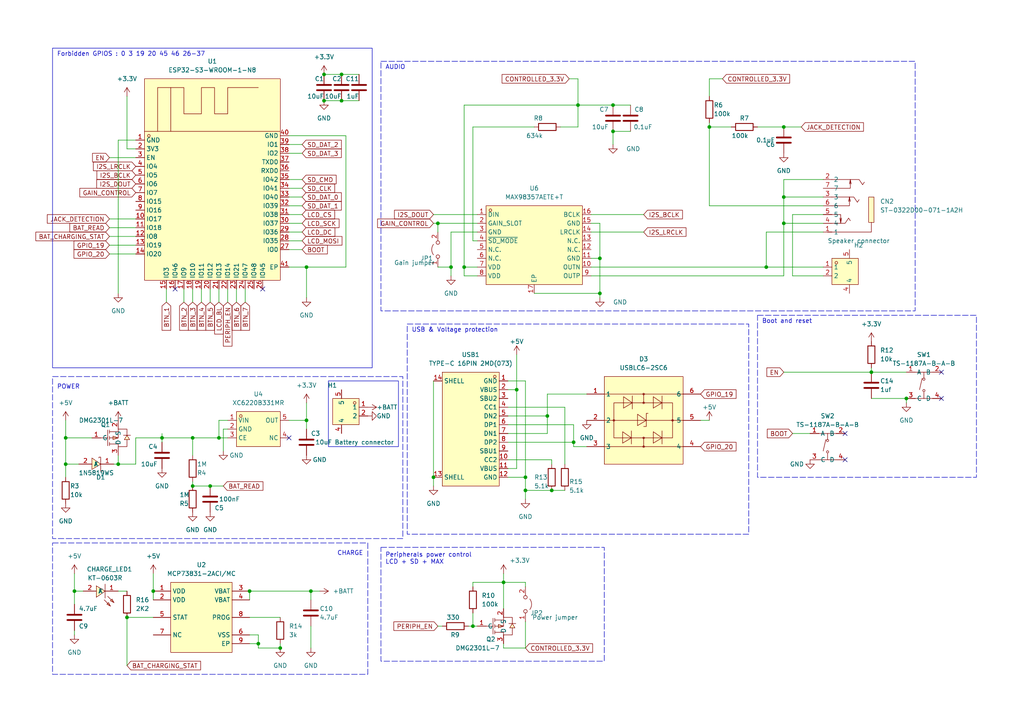
<source format=kicad_sch>
(kicad_sch (version 20230121) (generator eeschema)
  (paper "A4")
  (lib_symbols
    (symbol "Device:C" (pin_numbers hide) (pin_names (offset 0.254))
      (property "Reference" "C" (at 0.635 2.54 0))
      (property "Value" "C" (at 0.635 -2.54 0))
      (symbol "C_1_1"
        (pin passive line (at 0 3.81 270) (length 2.794) (name "~") (number "1"))
        (pin passive line (at 0 -3.81 90) (length 2.794) (name "~") (number "2"))
      )
    )
    (symbol "Device:R" (pin_numbers hide) (pin_names (offset 0))
      (property "Reference" "R" (at 2.032 0 90))
      (property "Value" "R" (at 0 0 90))
      (symbol "R_1_1"
        (pin passive line (at 0 3.81 270) (length 1.27) (name "~") (number "1"))
        (pin passive line (at 0 -3.81 90) (length 1.27) (name "~") (number "2"))
      )
    )
    (symbol "Jumper:Jumper_2_Open" (pin_names (offset 0) hide)
      (property "Reference" "JP" (at 0 2.794 0))
      (property "Value" "Jumper_2_Open" (at 0 -2.286 0))
      (symbol "Jumper_2_Open_1_1"
        (pin passive line (at -5.08 0 0) (length 2.54) (name "A") (number "1"))
        (pin passive line (at 5.08 0 180) (length 2.54) (name "B") (number "2"))
      )
    )
    (symbol "easyedaToKicad:1N5819WS"
      (property "Reference" "D" (at 0 5.08 0))
      (property "Value" "1N5819WS" (at 0 -5.08 0))
      (symbol "1N5819WS_0_1"
        (pin unspecified line (at -5.08 0 0) (length 3.81) (name "K") (number "1"))
        (pin unspecified line (at 5.08 0 180) (length 3.81) (name "A") (number "2"))
      )
    )
    (symbol "easyedaToKicad:DMG2301L-7"
      (property "Reference" "Q" (at 0 10.16 0))
      (property "Value" "DMG2301L-7" (at 0 -10.16 0))
      (symbol "DMG2301L-7_0_1"
        (pin unspecified line (at -5.08 0 0) (length 2.54) (name "G") (number "1"))
        (pin unspecified line (at 2.54 -5.08 90) (length 2.54) (name "S") (number "2"))
        (pin unspecified line (at 2.54 5.08 270) (length 2.54) (name "D") (number "3"))
      )
    )
    (symbol "easyedaToKicad:ESP32-S3-WROOM-1-N8"
      (property "Reference" "U" (at 0 19.05 0))
      (property "Value" "ESP32-S3-WROOM-1-N8" (at 0 -35.56 0))
      (symbol "ESP32-S3-WROOM-1-N8_0_1"
        (pin unspecified line (at -22.86 12.7 0) (length 2.54) (name "GND") (number "1"))
        (pin unspecified line (at -22.86 -10.16 0) (length 2.54) (name "IO17") (number "10"))
        (pin unspecified line (at -22.86 -12.7 0) (length 2.54) (name "IO18") (number "11"))
        (pin unspecified line (at -22.86 -15.24 0) (length 2.54) (name "IO8") (number "12"))
        (pin unspecified line (at -22.86 -17.78 0) (length 2.54) (name "IO19") (number "13"))
        (pin unspecified line (at -22.86 -20.32 0) (length 2.54) (name "IO20") (number "14"))
        (pin unspecified line (at -13.97 -30.48 90) (length 2.54) (name "IO3") (number "15"))
        (pin unspecified line (at -11.43 -30.48 90) (length 2.54) (name "IO46") (number "16"))
        (pin unspecified line (at -8.89 -30.48 90) (length 2.54) (name "IO9") (number "17"))
        (pin unspecified line (at -6.35 -30.48 90) (length 2.54) (name "IO10") (number "18"))
        (pin unspecified line (at -3.81 -30.48 90) (length 2.54) (name "IO11") (number "19"))
        (pin unspecified line (at -22.86 10.16 0) (length 2.54) (name "3V3") (number "2"))
        (pin unspecified line (at -1.27 -30.48 90) (length 2.54) (name "IO12") (number "20"))
        (pin unspecified line (at 1.27 -30.48 90) (length 2.54) (name "IO13") (number "21"))
        (pin unspecified line (at 3.81 -30.48 90) (length 2.54) (name "IO14") (number "22"))
        (pin unspecified line (at 6.35 -30.48 90) (length 2.54) (name "IO21") (number "23"))
        (pin unspecified line (at 8.89 -30.48 90) (length 2.54) (name "IO47") (number "24"))
        (pin unspecified line (at 11.43 -30.48 90) (length 2.54) (name "IO48") (number "25"))
        (pin unspecified line (at 13.97 -30.48 90) (length 2.54) (name "IO45") (number "26"))
        (pin unspecified line (at 21.59 -19.05 180) (length 2.54) (name "IO0") (number "27"))
        (pin unspecified line (at 21.59 -16.51 180) (length 2.54) (name "IO35") (number "28"))
        (pin unspecified line (at 21.59 -13.97 180) (length 2.54) (name "IO36") (number "29"))
        (pin unspecified line (at -22.86 7.62 0) (length 2.54) (name "EN") (number "3"))
        (pin unspecified line (at 21.59 -11.43 180) (length 2.54) (name "IO37") (number "30"))
        (pin unspecified line (at 21.59 -8.89 180) (length 2.54) (name "IO38") (number "31"))
        (pin unspecified line (at 21.59 -6.35 180) (length 2.54) (name "IO39") (number "32"))
        (pin unspecified line (at 21.59 -3.81 180) (length 2.54) (name "IO40") (number "33"))
        (pin unspecified line (at 21.59 -1.27 180) (length 2.54) (name "IO41") (number "34"))
        (pin unspecified line (at 21.59 1.27 180) (length 2.54) (name "IO42") (number "35"))
        (pin unspecified line (at 21.59 3.81 180) (length 2.54) (name "RXD0") (number "36"))
        (pin unspecified line (at 21.59 6.35 180) (length 2.54) (name "TXD0") (number "37"))
        (pin unspecified line (at 21.59 8.89 180) (length 2.54) (name "IO2") (number "38"))
        (pin unspecified line (at 21.59 11.43 180) (length 2.54) (name "IO1") (number "39"))
        (pin unspecified line (at -22.86 5.08 0) (length 2.54) (name "IO4") (number "4"))
        (pin unspecified line (at 21.59 13.97 180) (length 2.54) (name "GND") (number "40"))
        (pin unspecified line (at 21.59 -24.13 180) (length 2.54) (name "EP") (number "41"))
        (pin unspecified line (at -22.86 2.54 0) (length 2.54) (name "IO5") (number "5"))
        (pin unspecified line (at -22.86 0 0) (length 2.54) (name "IO6") (number "6"))
        (pin unspecified line (at -22.86 -2.54 0) (length 2.54) (name "IO7") (number "7"))
        (pin unspecified line (at -22.86 -5.08 0) (length 2.54) (name "IO15") (number "8"))
        (pin unspecified line (at -22.86 -7.62 0) (length 2.54) (name "IO16") (number "9"))
      )
    )
    (symbol "easyedaToKicad:KT-0603R"
      (property "Reference" "LED" (at 0 5.08 0))
      (property "Value" "KT-0603R" (at 0 -5.08 0))
      (symbol "KT-0603R_0_1"
        (pin unspecified line (at -5.08 0 0) (length 3.81) (name "K") (number "1"))
        (pin unspecified line (at 5.08 0 180) (length 3.81) (name "A") (number "2"))
      )
    )
    (symbol "easyedaToKicad:MAX98357AETE+T"
      (property "Reference" "U" (at 0 13.97 0))
      (property "Value" "MAX98357AETE+T" (at 0 -19.05 0))
      (symbol "MAX98357AETE+T_0_1"
        (pin unspecified line (at -16.51 8.89 0) (length 2.54) (name "DIN") (number "1"))
        (pin unspecified line (at 16.51 -6.35 180) (length 2.54) (name "OUTN") (number "10"))
        (pin unspecified line (at 16.51 -3.81 180) (length 2.54) (name "GND") (number "11"))
        (pin unspecified line (at 16.51 -1.27 180) (length 2.54) (name "N.C.") (number "12"))
        (pin unspecified line (at 16.51 1.27 180) (length 2.54) (name "N.C.") (number "13"))
        (pin unspecified line (at 16.51 3.81 180) (length 2.54) (name "LRCLK") (number "14"))
        (pin unspecified line (at 16.51 6.35 180) (length 2.54) (name "GND") (number "15"))
        (pin unspecified line (at 16.51 8.89 180) (length 2.54) (name "BCLK") (number "16"))
        (pin unspecified line (at 0 -13.97 90) (length 2.54) (name "EP") (number "17"))
        (pin unspecified line (at -16.51 6.35 0) (length 2.54) (name "GAIN_SLOT") (number "2"))
        (pin unspecified line (at -16.51 3.81 0) (length 2.54) (name "GND") (number "3"))
        (pin unspecified line (at -16.51 1.27 0) (length 2.54) (name "~{SD_MODE}") (number "4"))
        (pin unspecified line (at -16.51 -1.27 0) (length 2.54) (name "N.C.") (number "5"))
        (pin unspecified line (at -16.51 -3.81 0) (length 2.54) (name "N.C.") (number "6"))
        (pin unspecified line (at -16.51 -6.35 0) (length 2.54) (name "VDD") (number "7"))
        (pin unspecified line (at -16.51 -8.89 0) (length 2.54) (name "VDD") (number "8"))
        (pin unspecified line (at 16.51 -8.89 180) (length 2.54) (name "OUTP") (number "9"))
      )
    )
    (symbol "easyedaToKicad:MCP73831-2ACI_MC"
      (property "Reference" "U" (at 0 12.7 0))
      (property "Value" "MCP73831-2ACI/MC" (at 0 -12.7 0))
      (symbol "MCP73831-2ACI_MC_0_1"
        (pin power_in line (at -13.97 7.62 0) (length 5.08) (name "VDD") (number "1"))
        (pin power_in line (at -13.97 5.08 0) (length 5.08) (name "VDD") (number "2"))
        (pin power_in line (at 13.97 7.62 180) (length 5.08) (name "VBAT") (number "3"))
        (pin power_in line (at 13.97 5.08 180) (length 5.08) (name "VBAT") (number "4"))
        (pin output line (at -13.97 0 0) (length 5.08) (name "STAT") (number "5"))
        (pin power_in line (at 13.97 -5.08 180) (length 5.08) (name "VSS") (number "6"))
        (pin unspecified line (at -13.97 -5.08 0) (length 5.08) (name "NC") (number "7"))
        (pin unspecified line (at 13.97 0 180) (length 5.08) (name "PROG") (number "8"))
        (pin power_in line (at 13.97 -7.62 180) (length 5.08) (name "EP") (number "9"))
      )
    )
    (symbol "easyedaToKicad:ST-0322D00-071-1A2H"
      (property "Reference" "CN" (at 0 10.16 0))
      (property "Value" "ST-0322D00-071-1A2H" (at 0 -15.24 0))
      (symbol "ST-0322D00-071-1A2H_0_1"
        (pin unspecified line (at 5.08 5.08 180) (length 2.54) (name "1") (number "1"))
        (pin unspecified line (at 5.08 -10.16 180) (length 2.54) (name "2") (number "2"))
        (pin unspecified line (at 5.08 -5.08 180) (length 2.54) (name "3") (number "3"))
        (pin unspecified line (at 5.08 2.54 180) (length 2.54) (name "4") (number "4"))
        (pin unspecified line (at 5.08 0 180) (length 2.54) (name "5") (number "5"))
        (pin unspecified line (at 5.08 -2.54 180) (length 2.54) (name "6") (number "6"))
        (pin unspecified line (at 5.08 -7.62 180) (length 2.54) (name "7") (number "7"))
      )
    )
    (symbol "easyedaToKicad:TS-1187A-B-A-B"
      (property "Reference" "SW" (at 0 7.62 0))
      (property "Value" "TS-1187A-B-A-B" (at 0 -10.16 0))
      (symbol "TS-1187A-B-A-B_0_1"
        (pin unspecified line (at -5.08 2.54 0) (length 2.54) (name "A") (number "1"))
        (pin unspecified line (at 5.08 2.54 180) (length 2.54) (name "B") (number "2"))
        (pin unspecified line (at -5.08 -5.08 0) (length 2.54) (name "C") (number "3"))
        (pin unspecified line (at 5.08 -5.08 180) (length 2.54) (name "D") (number "4"))
      )
    )
    (symbol "easyedaToKicad:TYPE-C16PIN2MD(073)"
      (property "Reference" "USB" (at 0 19.05 0))
      (property "Value" "TYPE-C 16PIN 2MD(073)" (at 0 -19.05 0))
      (symbol "TYPE-C16PIN2MD(073)_0_1"
        (pin unspecified line (at -11.43 13.97 0) (length 2.54) (name "GND") (number "1"))
        (pin unspecified line (at -11.43 -8.89 0) (length 2.54) (name "CC2") (number "10"))
        (pin unspecified line (at -11.43 -11.43 0) (length 2.54) (name "VBUS") (number "11"))
        (pin unspecified line (at -11.43 -13.97 0) (length 2.54) (name "GND") (number "12"))
        (pin unspecified line (at 10.16 -13.97 180) (length 2.54) (name "SHELL") (number "13"))
        (pin unspecified line (at 10.16 13.97 180) (length 2.54) (name "SHELL") (number "14"))
        (pin unspecified line (at -11.43 11.43 0) (length 2.54) (name "VBUS") (number "2"))
        (pin unspecified line (at -11.43 8.89 0) (length 2.54) (name "SBU2") (number "3"))
        (pin unspecified line (at -11.43 6.35 0) (length 2.54) (name "CC1") (number "4"))
        (pin unspecified line (at -11.43 3.81 0) (length 2.54) (name "DN2") (number "5"))
        (pin unspecified line (at -11.43 1.27 0) (length 2.54) (name "DP1") (number "6"))
        (pin unspecified line (at -11.43 -1.27 0) (length 2.54) (name "DN1") (number "7"))
        (pin unspecified line (at -11.43 -3.81 0) (length 2.54) (name "DP2") (number "8"))
        (pin unspecified line (at -11.43 -6.35 0) (length 2.54) (name "SBU1") (number "9"))
      )
    )
    (symbol "easyedaToKicad:USBLC6-2SC6"
      (property "Reference" "D" (at 0 12.7 0))
      (property "Value" "USBLC6-2SC6" (at 0 -12.7 0))
      (symbol "USBLC6-2SC6_0_1"
        (pin input line (at -16.51 7.62 0) (length 5.08) (name "1") (number "1"))
        (pin input line (at -16.51 0 0) (length 5.08) (name "2") (number "2"))
        (pin input line (at -16.51 -7.62 0) (length 5.08) (name "3") (number "3"))
        (pin input line (at 16.51 -7.62 180) (length 5.08) (name "4") (number "4"))
        (pin input line (at 16.51 0 180) (length 5.08) (name "5") (number "5"))
        (pin input line (at 16.51 7.62 180) (length 5.08) (name "6") (number "6"))
      )
    )
    (symbol "easyedaToKicad:WAFER-PH2.0-2PWB"
      (property "Reference" "H" (at 0 11.43 0))
      (property "Value" "WAFER-PH2.0-2PWB" (at 0 -11.43 0))
      (symbol "WAFER-PH2.0-2PWB_0_1"
        (pin unspecified line (at -5.08 1.27 0) (length 2.54) (name "1") (number "1"))
        (pin unspecified line (at -5.08 -1.27 0) (length 2.54) (name "2") (number "2"))
        (pin unspecified line (at 2.54 -6.35 90) (length 2.54) (name "4") (number "4"))
        (pin unspecified line (at 2.54 6.35 270) (length 2.54) (name "5") (number "5"))
      )
    )
    (symbol "easyedaToKicad:XC6220B331MR"
      (property "Reference" "U" (at 0 7.62 0))
      (property "Value" "XC6220B331MR" (at 0 -7.62 0))
      (symbol "XC6220B331MR_0_1"
        (pin unspecified line (at -8.89 2.54 0) (length 2.54) (name "VIN") (number "1"))
        (pin unspecified line (at -8.89 0 0) (length 2.54) (name "GND") (number "2"))
        (pin unspecified line (at -8.89 -2.54 0) (length 2.54) (name "CE") (number "3"))
        (pin unspecified line (at 8.89 -2.54 180) (length 2.54) (name "NC") (number "4"))
        (pin unspecified line (at 8.89 2.54 180) (length 2.54) (name "OUT") (number "5"))
      )
    )
    (symbol "power:+3.3V" (power) (pin_names (offset 0))
      (property "Value" "+3.3V" (at 0 3.556 0))
      (symbol "+3.3V_1_1"
        (pin power_in line (at 0 0 90) (length 0) hide (name "+3.3V") (number "1"))
      )
    )
    (symbol "power:+5V" (power) (pin_names (offset 0))
      (property "Value" "+5V" (at 0 3.556 0))
      (symbol "+5V_1_1"
        (pin power_in line (at 0 0 90) (length 0) hide (name "+5V") (number "1"))
      )
    )
    (symbol "power:+BATT" (power) (pin_names (offset 0))
      (property "Value" "+BATT" (at 0 3.556 0))
      (symbol "+BATT_1_1"
        (pin power_in line (at 0 0 90) (length 0) hide (name "+BATT") (number "1"))
      )
    )
    (symbol "power:GND" (power) (pin_names (offset 0))
      (property "Value" "GND" (at 0 -3.81 0))
      (symbol "GND_1_1"
        (pin power_in line (at 0 0 270) (length 0) hide (name "GND") (number "1"))
      )
    )
  )
  (junction (at 173.99 74.93))
  (junction (at 99.06 21.59))
  (junction (at 222.25 77.47))
  (junction (at 34.29 134.62))
  (junction (at 60.96 140.97))
  (junction (at 160.02 142.24))
  (junction (at 146.05 168.91))
  (junction (at 252.73 107.95))
  (junction (at 127 64.77))
  (junction (at 55.88 127))
  (junction (at 93.98 29.21))
  (junction (at 262.89 115.57))
  (junction (at 88.9 77.47))
  (junction (at 63.5 127))
  (junction (at 19.05 127))
  (junction (at 19.05 134.62))
  (junction (at 88.9 121.92))
  (junction (at 90.17 171.45))
  (junction (at 74.93 186.69))
  (junction (at 21.59 171.45))
  (junction (at 81.28 187.96))
  (junction (at 177.8 38.1))
  (junction (at 158.75 120.65))
  (junction (at 227.33 36.83))
  (junction (at 99.06 29.21))
  (junction (at 167.64 30.48))
  (junction (at 125.73 138.43))
  (junction (at 227.33 64.77))
  (junction (at 227.33 57.15))
  (junction (at 93.98 21.59))
  (junction (at 36.83 179.07))
  (junction (at 46.99 127))
  (junction (at 44.45 171.45))
  (junction (at 152.4 138.43))
  (junction (at 72.39 171.45))
  (junction (at 149.86 113.03))
  (junction (at 55.88 140.97))
  (junction (at 173.99 85.09))
  (junction (at 137.16 181.61))
  (junction (at 205.74 36.83))
  (junction (at 134.62 77.47))
  (junction (at 130.81 77.47))
  (junction (at 152.4 142.24))
  (junction (at 177.8 30.48))
  (junction (at 166.37 128.27))
  (no_connect (at 273.05 107.95))
  (no_connect (at 50.8 83.82))
  (no_connect (at 273.05 115.57))
  (no_connect (at 245.11 133.35))
  (no_connect (at 76.2 83.82))
  (no_connect (at 83.82 127))
  (no_connect (at 245.11 125.73))
  (wire (pts (xy 152.4 180.34) (xy 152.4 187.96)))
  (wire (pts (xy 46.99 127) (xy 46.99 128.27)))
  (wire (pts (xy 100.33 77.47) (xy 100.33 39.37)))
  (wire (pts (xy 63.5 127) (xy 66.04 127)))
  (wire (pts (xy 127 64.77) (xy 138.43 64.77)))
  (wire (pts (xy 88.9 116.84) (xy 88.9 121.92)))
  (wire (pts (xy 72.39 184.15) (xy 74.93 184.15)))
  (wire (pts (xy 88.9 86.36) (xy 88.9 77.47)))
  (wire (pts (xy 134.62 30.48) (xy 134.62 77.47)))
  (wire (pts (xy 166.37 129.54) (xy 170.18 129.54)))
  (wire (pts (xy 63.5 83.82) (xy 63.5 87.63)))
  (wire (pts (xy 137.16 181.61) (xy 138.43 181.61)))
  (wire (pts (xy 229.87 125.73) (xy 234.95 125.73)))
  (wire (pts (xy 31.75 66.04) (xy 39.37 66.04)))
  (wire (pts (xy 146.05 168.91) (xy 152.4 168.91)))
  (wire (pts (xy 171.45 77.47) (xy 222.25 77.47)))
  (wire (pts (xy 44.45 171.45) (xy 44.45 173.99)))
  (wire (pts (xy 171.45 67.31) (xy 186.69 67.31)))
  (wire (pts (xy 19.05 121.92) (xy 19.05 127)))
  (wire (pts (xy 90.17 187.96) (xy 90.17 181.61)))
  (wire (pts (xy 205.74 121.92) (xy 203.2 121.92)))
  (wire (pts (xy 137.16 168.91) (xy 146.05 168.91)))
  (wire (pts (xy 227.33 64.77) (xy 227.33 80.01)))
  (wire (pts (xy 160.02 133.35) (xy 160.02 134.62)))
  (wire (pts (xy 88.9 121.92) (xy 88.9 124.46)))
  (wire (pts (xy 252.73 106.68) (xy 252.73 107.95)))
  (wire (pts (xy 147.32 138.43) (xy 152.4 138.43)))
  (wire (pts (xy 252.73 115.57) (xy 262.89 115.57)))
  (wire (pts (xy 222.25 67.31) (xy 222.25 77.47)))
  (wire (pts (xy 55.88 132.08) (xy 55.88 127)))
  (wire (pts (xy 227.33 57.15) (xy 227.33 64.77)))
  (wire (pts (xy 36.83 43.18) (xy 39.37 43.18)))
  (wire (pts (xy 137.16 177.8) (xy 137.16 181.61)))
  (wire (pts (xy 167.64 22.86) (xy 167.64 30.48)))
  (wire (pts (xy 163.83 118.11) (xy 163.83 134.62)))
  (wire (pts (xy 87.63 69.85) (xy 83.82 69.85)))
  (wire (pts (xy 166.37 123.19) (xy 166.37 128.27)))
  (wire (pts (xy 31.75 45.72) (xy 39.37 45.72)))
  (wire (pts (xy 158.75 125.73) (xy 158.75 120.65)))
  (wire (pts (xy 36.83 179.07) (xy 36.83 193.04)))
  (wire (pts (xy 63.5 121.92) (xy 66.04 121.92)))
  (wire (pts (xy 34.29 40.64) (xy 39.37 40.64)))
  (wire (pts (xy 147.32 123.19) (xy 166.37 123.19)))
  (wire (pts (xy 127 77.47) (xy 130.81 77.47)))
  (wire (pts (xy 177.8 30.48) (xy 182.88 30.48)))
  (wire (pts (xy 147.32 110.49) (xy 152.4 110.49)))
  (wire (pts (xy 100.33 39.37) (xy 83.82 39.37)))
  (wire (pts (xy 21.59 182.88) (xy 21.59 184.15)))
  (wire (pts (xy 31.75 71.12) (xy 39.37 71.12)))
  (wire (pts (xy 72.39 171.45) (xy 90.17 171.45)))
  (wire (pts (xy 227.33 36.83) (xy 232.41 36.83)))
  (wire (pts (xy 36.83 27.94) (xy 36.83 43.18)))
  (wire (pts (xy 33.02 134.62) (xy 34.29 134.62)))
  (wire (pts (xy 87.63 64.77) (xy 83.82 64.77)))
  (wire (pts (xy 147.32 128.27) (xy 166.37 128.27)))
  (wire (pts (xy 34.29 85.09) (xy 34.29 40.64)))
  (wire (pts (xy 72.39 171.45) (xy 72.39 173.99)))
  (wire (pts (xy 19.05 127) (xy 19.05 134.62)))
  (wire (pts (xy 93.98 21.59) (xy 99.06 21.59)))
  (wire (pts (xy 152.4 142.24) (xy 152.4 144.78)))
  (wire (pts (xy 147.32 135.89) (xy 149.86 135.89)))
  (wire (pts (xy 58.42 83.82) (xy 58.42 87.63)))
  (wire (pts (xy 74.93 186.69) (xy 74.93 187.96)))
  (wire (pts (xy 177.8 38.1) (xy 182.88 38.1)))
  (wire (pts (xy 99.06 29.21) (xy 104.14 29.21)))
  (wire (pts (xy 147.32 118.11) (xy 163.83 118.11)))
  (wire (pts (xy 55.88 140.97) (xy 55.88 139.7)))
  (wire (pts (xy 66.04 124.46) (xy 64.77 124.46)))
  (wire (pts (xy 146.05 187.96) (xy 152.4 187.96)))
  (wire (pts (xy 146.05 168.91) (xy 146.05 166.37)))
  (wire (pts (xy 48.26 83.82) (xy 48.26 87.63)))
  (wire (pts (xy 34.29 171.45) (xy 36.83 171.45)))
  (wire (pts (xy 53.34 83.82) (xy 53.34 87.63)))
  (wire (pts (xy 152.4 110.49) (xy 152.4 138.43)))
  (wire (pts (xy 137.16 69.85) (xy 138.43 69.85)))
  (wire (pts (xy 127 67.31) (xy 127 64.77)))
  (wire (pts (xy 146.05 168.91) (xy 146.05 176.53)))
  (wire (pts (xy 66.04 83.82) (xy 66.04 87.63)))
  (wire (pts (xy 149.86 102.87) (xy 149.86 113.03)))
  (wire (pts (xy 171.45 74.93) (xy 173.99 74.93)))
  (wire (pts (xy 39.37 127) (xy 39.37 134.62)))
  (wire (pts (xy 227.33 52.07) (xy 227.33 57.15)))
  (wire (pts (xy 158.75 114.3) (xy 170.18 114.3)))
  (wire (pts (xy 31.75 73.66) (xy 39.37 73.66)))
  (wire (pts (xy 34.29 132.08) (xy 34.29 134.62)))
  (wire (pts (xy 34.29 134.62) (xy 39.37 134.62)))
  (wire (pts (xy 31.75 68.58) (xy 39.37 68.58)))
  (wire (pts (xy 171.45 80.01) (xy 227.33 80.01)))
  (wire (pts (xy 44.45 166.37) (xy 44.45 171.45)))
  (wire (pts (xy 130.81 67.31) (xy 130.81 77.47)))
  (wire (pts (xy 87.63 52.07) (xy 83.82 52.07)))
  (wire (pts (xy 149.86 113.03) (xy 147.32 113.03)))
  (wire (pts (xy 81.28 186.69) (xy 81.28 187.96)))
  (wire (pts (xy 81.28 179.07) (xy 72.39 179.07)))
  (wire (pts (xy 219.71 36.83) (xy 227.33 36.83)))
  (wire (pts (xy 149.86 135.89) (xy 149.86 113.03)))
  (wire (pts (xy 158.75 120.65) (xy 158.75 114.3)))
  (wire (pts (xy 63.5 121.92) (xy 63.5 127)))
  (wire (pts (xy 19.05 127) (xy 26.67 127)))
  (wire (pts (xy 166.37 128.27) (xy 166.37 129.54)))
  (wire (pts (xy 87.63 54.61) (xy 83.82 54.61)))
  (wire (pts (xy 87.63 59.69) (xy 83.82 59.69)))
  (wire (pts (xy 125.73 138.43) (xy 125.73 140.97)))
  (wire (pts (xy 205.74 59.69) (xy 205.74 36.83)))
  (wire (pts (xy 24.13 171.45) (xy 21.59 171.45)))
  (wire (pts (xy 134.62 77.47) (xy 134.62 80.01)))
  (wire (pts (xy 21.59 171.45) (xy 21.59 175.26)))
  (wire (pts (xy 173.99 86.36) (xy 173.99 85.09)))
  (wire (pts (xy 87.63 67.31) (xy 83.82 67.31)))
  (wire (pts (xy 55.88 127) (xy 63.5 127)))
  (wire (pts (xy 138.43 80.01) (xy 134.62 80.01)))
  (wire (pts (xy 125.73 62.23) (xy 138.43 62.23)))
  (wire (pts (xy 39.37 127) (xy 46.99 127)))
  (wire (pts (xy 167.64 30.48) (xy 167.64 36.83)))
  (wire (pts (xy 60.96 140.97) (xy 64.77 140.97)))
  (wire (pts (xy 165.1 22.86) (xy 167.64 22.86)))
  (wire (pts (xy 147.32 133.35) (xy 160.02 133.35)))
  (wire (pts (xy 154.94 85.09) (xy 173.99 85.09)))
  (wire (pts (xy 262.89 116.84) (xy 262.89 115.57)))
  (wire (pts (xy 137.16 36.83) (xy 154.94 36.83)))
  (wire (pts (xy 64.77 124.46) (xy 64.77 130.81)))
  (wire (pts (xy 227.33 64.77) (xy 238.76 64.77)))
  (wire (pts (xy 134.62 30.48) (xy 167.64 30.48)))
  (wire (pts (xy 31.75 63.5) (xy 39.37 63.5)))
  (wire (pts (xy 227.33 107.95) (xy 252.73 107.95)))
  (wire (pts (xy 171.45 62.23) (xy 186.69 62.23)))
  (wire (pts (xy 71.12 83.82) (xy 71.12 87.63)))
  (wire (pts (xy 130.81 77.47) (xy 130.81 80.01)))
  (wire (pts (xy 205.74 22.86) (xy 205.74 27.94)))
  (wire (pts (xy 162.56 36.83) (xy 167.64 36.83)))
  (wire (pts (xy 205.74 59.69) (xy 238.76 59.69)))
  (wire (pts (xy 90.17 171.45) (xy 92.71 171.45)))
  (wire (pts (xy 146.05 186.69) (xy 146.05 187.96)))
  (wire (pts (xy 72.39 186.69) (xy 74.93 186.69)))
  (wire (pts (xy 227.33 52.07) (xy 238.76 52.07)))
  (wire (pts (xy 22.86 134.62) (xy 19.05 134.62)))
  (wire (pts (xy 152.4 142.24) (xy 160.02 142.24)))
  (wire (pts (xy 171.45 64.77) (xy 173.99 64.77)))
  (wire (pts (xy 99.06 21.59) (xy 104.14 21.59)))
  (wire (pts (xy 137.16 168.91) (xy 137.16 170.18)))
  (wire (pts (xy 147.32 120.65) (xy 158.75 120.65)))
  (wire (pts (xy 205.74 36.83) (xy 212.09 36.83)))
  (wire (pts (xy 93.98 29.21) (xy 99.06 29.21)))
  (wire (pts (xy 229.87 80.01) (xy 238.76 80.01)))
  (wire (pts (xy 87.63 57.15) (xy 83.82 57.15)))
  (wire (pts (xy 87.63 44.45) (xy 83.82 44.45)))
  (wire (pts (xy 60.96 83.82) (xy 60.96 87.63)))
  (wire (pts (xy 138.43 67.31) (xy 130.81 67.31)))
  (wire (pts (xy 173.99 64.77) (xy 173.99 74.93)))
  (wire (pts (xy 147.32 125.73) (xy 158.75 125.73)))
  (wire (pts (xy 90.17 171.45) (xy 90.17 173.99)))
  (wire (pts (xy 205.74 35.56) (xy 205.74 36.83)))
  (wire (pts (xy 19.05 134.62) (xy 19.05 138.43)))
  (wire (pts (xy 55.88 140.97) (xy 60.96 140.97)))
  (wire (pts (xy 21.59 166.37) (xy 21.59 171.45)))
  (wire (pts (xy 83.82 72.39) (xy 87.63 72.39)))
  (wire (pts (xy 36.83 179.07) (xy 44.45 179.07)))
  (wire (pts (xy 227.33 57.15) (xy 238.76 57.15)))
  (wire (pts (xy 125.73 110.49) (xy 125.73 138.43)))
  (wire (pts (xy 238.76 77.47) (xy 222.25 77.47)))
  (wire (pts (xy 127 181.61) (xy 128.27 181.61)))
  (wire (pts (xy 87.63 41.91) (xy 83.82 41.91)))
  (wire (pts (xy 55.88 83.82) (xy 55.88 87.63)))
  (wire (pts (xy 152.4 138.43) (xy 152.4 142.24)))
  (wire (pts (xy 205.74 22.86) (xy 209.55 22.86)))
  (wire (pts (xy 222.25 67.31) (xy 238.76 67.31)))
  (wire (pts (xy 137.16 36.83) (xy 137.16 69.85)))
  (wire (pts (xy 74.93 184.15) (xy 74.93 186.69)))
  (wire (pts (xy 125.73 64.77) (xy 127 64.77)))
  (wire (pts (xy 252.73 107.95) (xy 262.89 107.95)))
  (wire (pts (xy 46.99 127) (xy 55.88 127)))
  (wire (pts (xy 229.87 62.23) (xy 238.76 62.23)))
  (wire (pts (xy 177.8 41.91) (xy 177.8 38.1)))
  (wire (pts (xy 83.82 121.92) (xy 88.9 121.92)))
  (wire (pts (xy 68.58 83.82) (xy 68.58 87.63)))
  (wire (pts (xy 74.93 187.96) (xy 81.28 187.96)))
  (wire (pts (xy 167.64 30.48) (xy 177.8 30.48)))
  (wire (pts (xy 229.87 62.23) (xy 229.87 80.01)))
  (wire (pts (xy 100.33 77.47) (xy 88.9 77.47)))
  (wire (pts (xy 135.89 181.61) (xy 137.16 181.61)))
  (wire (pts (xy 83.82 77.47) (xy 88.9 77.47)))
  (wire (pts (xy 87.63 62.23) (xy 83.82 62.23)))
  (wire (pts (xy 160.02 142.24) (xy 163.83 142.24)))
  (wire (pts (xy 152.4 168.91) (xy 152.4 170.18)))
  (wire (pts (xy 46.99 125.73) (xy 46.99 127)))
  (wire (pts (xy 173.99 74.93) (xy 173.99 85.09)))
  (wire (pts (xy 134.62 77.47) (xy 138.43 77.47)))
  (rectangle (start 15.24 157.48) (end 106.68 195.58) (stroke (width 0) (type dash)))
  (rectangle (start 15.24 13.97) (end 107.95 106.68))
  (rectangle (start 110.49 158.75) (end 175.26 191.77) (stroke (width 0) (type dash)))
  (rectangle (start 118.11 93.98) (end 217.17 154.94) (stroke (width 0) (type dash)))
  (rectangle (start 15.24 109.22) (end 116.84 156.21) (stroke (width 0) (type dash)))
  (rectangle (start 110.49 17.78) (end 265.43 90.17) (stroke (width 0) (type dash)))
  (rectangle (start 95.25 110.49) (end 115.57 129.54))
  (rectangle (start 219.71 91.44) (end 283.21 138.43) (stroke (width 0) (type dash)))
  (text "Forbidden GPIOS : 0 3 19 20 45 46 26-37" (at 16.51 16.51 0) (effects (font (size 1.27 1.27)) (justify left bottom)))
  (text "POWER" (at 16.51 113.03 0) (effects (font (size 1.27 1.27)) (justify left bottom)))
  (text "USB & Voltage protection" (at 119.38 96.52 0) (effects (font (size 1.27 1.27)) (justify left bottom)))
  (text "Boot and reset" (at 220.98 93.98 0) (effects (font (size 1.27 1.27)) (justify left bottom)))
  (text "Peripherals power control\nLCD + SD + MAX" (at 111.76 163.83 0) (effects (font (size 1.27 1.27)) (justify left bottom)))
  (text "AUDIO\n" (at 111.76 20.32 0) (effects (font (size 1.27 1.27)) (justify left bottom)))
  (text "CHARGE" (at 97.79 161.29 0) (effects (font (size 1.27 1.27)) (justify left bottom)))
  (global_label "CONTROLLED_3.3V" (shape input) (at 152.4 187.96 0) (property "Intersheetrefs" "${INTERSHEET_REFS}" (effects hide)))
  (global_label "BTN_7" (shape input) (at 71.12 87.63 270) (property "Intersheetrefs" "${INTERSHEET_REFS}" (effects hide)))
  (global_label "SD_DAT_1" (shape input) (at 87.63 59.69 0) (property "Intersheetrefs" "${INTERSHEET_REFS}" (effects hide)))
  (global_label "BTN_1" (shape input) (at 48.26 87.63 270) (property "Intersheetrefs" "${INTERSHEET_REFS}" (effects hide)))
  (global_label "BTN_4" (shape input) (at 58.42 87.63 270) (property "Intersheetrefs" "${INTERSHEET_REFS}" (effects hide)))
  (global_label "I2S_BCLK" (shape input) (at 39.37 50.8 180) (property "Intersheetrefs" "${INTERSHEET_REFS}" (effects hide)))
  (global_label "I2S_DOUT" (shape input) (at 125.73 62.23 180) (property "Intersheetrefs" "${INTERSHEET_REFS}" (effects hide)))
  (global_label "CONTROLLED_3.3V" (shape input) (at 165.1 22.86 180) (property "Intersheetrefs" "${INTERSHEET_REFS}" (effects hide)))
  (global_label "SD_CLK" (shape input) (at 87.63 54.61 0) (property "Intersheetrefs" "${INTERSHEET_REFS}" (effects hide)))
  (global_label "LCD_BL" (shape input) (at 63.5 87.63 270) (property "Intersheetrefs" "${INTERSHEET_REFS}" (effects hide)))
  (global_label "EN" (shape input) (at 227.33 107.95 180) (property "Intersheetrefs" "${INTERSHEET_REFS}" (effects hide)))
  (global_label "LCD_SCK" (shape input) (at 87.63 64.77 0) (property "Intersheetrefs" "${INTERSHEET_REFS}" (effects hide)))
  (global_label "BAT_READ" (shape input) (at 31.75 66.04 180) (property "Intersheetrefs" "${INTERSHEET_REFS}" (effects hide)))
  (global_label "BAT_READ" (shape input) (at 64.77 140.97 0) (property "Intersheetrefs" "${INTERSHEET_REFS}" (effects hide)))
  (global_label "SD_DAT_3" (shape input) (at 87.63 44.45 0) (property "Intersheetrefs" "${INTERSHEET_REFS}" (effects hide)))
  (global_label "JACK_DETECTION" (shape input) (at 232.41 36.83 0) (property "Intersheetrefs" "${INTERSHEET_REFS}" (effects hide)))
  (global_label "CONTROLLED_3.3V" (shape input) (at 209.55 22.86 0) (property "Intersheetrefs" "${INTERSHEET_REFS}" (effects hide)))
  (global_label "LCD_CS" (shape input) (at 87.63 62.23 0) (property "Intersheetrefs" "${INTERSHEET_REFS}" (effects hide)))
  (global_label "SD_CMD" (shape input) (at 87.63 52.07 0) (property "Intersheetrefs" "${INTERSHEET_REFS}" (effects hide)))
  (global_label "GPIO_20" (shape input) (at 31.75 73.66 180) (property "Intersheetrefs" "${INTERSHEET_REFS}" (effects hide)))
  (global_label "I2S_DOUT" (shape input) (at 39.37 53.34 180) (property "Intersheetrefs" "${INTERSHEET_REFS}" (effects hide)))
  (global_label "EN" (shape input) (at 31.75 45.72 180) (property "Intersheetrefs" "${INTERSHEET_REFS}" (effects hide)))
  (global_label "BAT_CHARGING_STAT" (shape input) (at 36.83 193.04 0) (property "Intersheetrefs" "${INTERSHEET_REFS}" (effects hide)))
  (global_label "I2S_LRCLK" (shape input) (at 39.37 48.26 180) (property "Intersheetrefs" "${INTERSHEET_REFS}" (effects hide)))
  (global_label "BOOT" (shape input) (at 87.63 72.39 0) (property "Intersheetrefs" "${INTERSHEET_REFS}" (effects hide)))
  (global_label "GAIN_CONTROL" (shape input) (at 39.37 55.88 180) (property "Intersheetrefs" "${INTERSHEET_REFS}" (effects hide)))
  (global_label "BTN_2" (shape input) (at 53.34 87.63 270) (property "Intersheetrefs" "${INTERSHEET_REFS}" (effects hide)))
  (global_label "BOOT" (shape input) (at 229.87 125.73 180) (property "Intersheetrefs" "${INTERSHEET_REFS}" (effects hide)))
  (global_label "BTN_5" (shape input) (at 60.96 87.63 270) (property "Intersheetrefs" "${INTERSHEET_REFS}" (effects hide)))
  (global_label "I2S_BCLK" (shape input) (at 186.69 62.23 0) (property "Intersheetrefs" "${INTERSHEET_REFS}" (effects hide)))
  (global_label "GAIN_CONTROL" (shape input) (at 125.73 64.77 180) (property "Intersheetrefs" "${INTERSHEET_REFS}" (effects hide)))
  (global_label "GPIO_20" (shape input) (at 203.2 129.54 0) (property "Intersheetrefs" "${INTERSHEET_REFS}" (effects hide)))
  (global_label "LCD_MOSI" (shape input) (at 87.63 69.85 0) (property "Intersheetrefs" "${INTERSHEET_REFS}" (effects hide)))
  (global_label "JACK_DETECTION" (shape input) (at 31.75 63.5 180) (property "Intersheetrefs" "${INTERSHEET_REFS}" (effects hide)))
  (global_label "I2S_LRCLK" (shape input) (at 186.69 67.31 0) (property "Intersheetrefs" "${INTERSHEET_REFS}" (effects hide)))
  (global_label "PERIPH_EN" (shape input) (at 127 181.61 180) (property "Intersheetrefs" "${INTERSHEET_REFS}" (effects hide)))
  (global_label "LCD_DC" (shape input) (at 87.63 67.31 0) (property "Intersheetrefs" "${INTERSHEET_REFS}" (effects hide)))
  (global_label "BTN_6" (shape input) (at 68.58 87.63 270) (property "Intersheetrefs" "${INTERSHEET_REFS}" (effects hide)))
  (global_label "BAT_CHARGING_STAT" (shape input) (at 31.75 68.58 180) (property "Intersheetrefs" "${INTERSHEET_REFS}" (effects hide)))
  (global_label "PERIPH_EN" (shape input) (at 66.04 87.63 270) (property "Intersheetrefs" "${INTERSHEET_REFS}" (effects hide)))
  (global_label "GPIO_19" (shape input) (at 203.2 114.3 0) (property "Intersheetrefs" "${INTERSHEET_REFS}" (effects hide)))
  (global_label "SD_DAT_2" (shape input) (at 87.63 41.91 0) (property "Intersheetrefs" "${INTERSHEET_REFS}" (effects hide)))
  (global_label "BTN_3" (shape input) (at 55.88 87.63 270) (property "Intersheetrefs" "${INTERSHEET_REFS}" (effects hide)))
  (global_label "GPIO_19" (shape input) (at 31.75 71.12 180) (property "Intersheetrefs" "${INTERSHEET_REFS}" (effects hide)))
  (global_label "SD_DAT_0" (shape input) (at 87.63 57.15 0) (property "Intersheetrefs" "${INTERSHEET_REFS}" (effects hide)))
  (symbol (lib_id "easyedaToKicad:WAFER-PH2.0-2PWB") (at 101.6 119.38 0) (mirror y) (unit 1)
    (property "Reference" "H1" (at 97.79 111.76 0) (effects (justify left)))
    (property "Value" "Battery connector" (at 114.3 128.27 0) (effects (justify left)))
    (property "Footprint" "easyeda2kicad:CONN-SMD_2P-P2.00_XUNPU_WAFER-PH2.0-2PWB" (effects hide))
    (property "LCSC Part" "C3029440" (effects hide))
  )
  (symbol (lib_id "easyedaToKicad:DMG2301L-7") (at 143.51 181.61 0) (mirror x) (unit 1)
    (property "Reference" "Q2" (at 140.97 185.42 0) (effects (justify left)))
    (property "Value" "DMG2301L-7" (at 132.08 187.96 0) (effects (justify left)))
    (property "Footprint" "easyeda2kicad:SOT-23-3_L2.9-W1.3-P1.90-LS2.4-BR" (effects hide))
    (property "Datasheet" "https://lcsc.com/product-detail/MOSFET_DIODES_DMG2301L-7_DMG2301L-7_C102619.html" (effects hide))
    (property "LCSC Part" "C102619" (effects hide))
  )
  (symbol (lib_id "easyedaToKicad:TS-1187A-B-A-B") (at 267.97 110.49 0) (unit 1)
    (property "Reference" "SW1" (at 267.97 102.87 0))
    (property "Value" "TS-1187A-B-A-B" (at 267.97 105.41 0))
    (property "Footprint" "easyeda2kicad:SW-SMD_4P-L5.1-W5.1-P3.70-LS6.5-TL-2" (effects hide))
    (property "Datasheet" "https://lcsc.com/product-detail/Tactile-Switches_XKB-Enterprise-TS-1187-B-A-A_C318884.html" (effects hide))
    (property "LCSC Part" "C318884" (effects hide))
  )
  (symbol (lib_id "Device:C") (at 182.88 34.29 180) (unit 1)
    (property "Reference" "C8" (at 186.69 31.75 0) (effects (justify left)))
    (property "Value" "0.1uF" (at 189.23 36.83 0) (effects (justify left)))
    (property "Footprint" "Capacitor_SMD:C_0603_1608Metric" (effects hide))
  )
  (symbol (lib_id "Jumper:Jumper_2_Open") (at 127 72.39 90) (unit 1)
    (property "Reference" "JP1" (at 121.92 74.93 90) (effects (justify right)))
    (property "Value" "Gain jumper" (at 114.3 76.2 90) (effects (justify right)))
    (property "Footprint" "Jumper:SolderJumper-2_P1.3mm_Open_Pad1.0x1.5mm" (effects hide))
  )
  (symbol (lib_id "power:+5V") (at 205.74 121.92 0) (unit 1)
    (property "Reference" "#PWR033" (effects hide))
    (property "Value" "+5V" (at 205.74 118.11 0))
  )
  (symbol (lib_id "power:GND") (at 90.17 187.96 0) (unit 1)
    (property "Reference" "#PWR035" (effects hide))
    (property "Value" "GND" (at 90.17 193.04 0))
  )
  (symbol (lib_id "power:+3.3V") (at 146.05 166.37 0) (mirror y) (unit 1)
    (property "Reference" "#PWR032" (effects hide))
    (property "Value" "+3.3V" (at 153.67 162.56 0) (effects (justify left)))
  )
  (symbol (lib_id "Device:R") (at 163.83 138.43 0) (unit 1)
    (property "Reference" "R15" (at 165.1 139.7 0) (effects (justify left)))
    (property "Value" "5.1k" (at 165.1 142.24 0) (effects (justify left)))
    (property "Footprint" "Resistor_SMD:R_0603_1608Metric" (effects hide))
  )
  (symbol (lib_id "Device:C") (at 60.96 144.78 0) (mirror x) (unit 1)
    (property "Reference" "C5" (at 62.23 147.32 0) (effects (justify left)))
    (property "Value" "100nF" (at 63.5 144.78 0) (effects (justify left)))
    (property "Footprint" "Capacitor_SMD:C_0603_1608Metric" (effects hide))
  )
  (symbol (lib_id "Device:R") (at 252.73 102.87 0) (unit 1)
    (property "Reference" "R12" (at 255.27 101.6 0) (effects (justify left)))
    (property "Value" "10k" (at 255.27 104.14 0) (effects (justify left)))
    (property "Footprint" "Resistor_SMD:R_0603_1608Metric" (effects hide))
  )
  (symbol (lib_id "power:GND") (at 262.89 116.84 0) (unit 1)
    (property "Reference" "#PWR034" (effects hide))
    (property "Value" "GND" (at 262.89 121.92 0))
  )
  (symbol (lib_id "power:+3.3V") (at 88.9 116.84 0) (unit 1)
    (property "Reference" "#PWR05" (effects hide))
    (property "Value" "+3.3V" (at 88.9 111.76 0))
  )
  (symbol (lib_id "power:GND") (at 88.9 132.08 0) (unit 1)
    (property "Reference" "#PWR016" (effects hide))
    (property "Value" "GND" (at 92.71 133.35 0))
  )
  (symbol (lib_id "Device:C") (at 21.59 179.07 0) (unit 1)
    (property "Reference" "C9" (at 22.86 181.61 0) (effects (justify left)))
    (property "Value" "4.7uF" (at 22.86 176.53 0) (effects (justify left)))
    (property "Footprint" "Capacitor_SMD:C_0603_1608Metric" (effects hide))
  )
  (symbol (lib_id "easyedaToKicad:USBLC6-2SC6") (at 186.69 121.92 0) (unit 1)
    (property "Reference" "D3" (at 186.69 104.14 0))
    (property "Value" "USBLC6-2SC6" (at 186.69 106.68 0))
    (property "Footprint" "easyeda2kicad:SOT-23-6_L2.9-W1.6-P0.95-LS2.8-BL" (effects hide))
    (property "Datasheet" "https://lcsc.com/product-detail/Diodes-ESD_STMicroelectronics_USBLC6-2SC6_USBLC6-2SC6_C7519.html" (effects hide))
    (property "LCSC Part" "C7519" (effects hide))
  )
  (symbol (lib_id "Device:C") (at 227.33 40.64 180) (unit 1)
    (property "Reference" "C6" (at 224.79 41.91 0) (effects (justify left)))
    (property "Value" "0.1uF" (at 224.79 40.64 0) (effects (justify left)))
    (property "Footprint" "Capacitor_SMD:C_0603_1608Metric" (effects hide))
  )
  (symbol (lib_id "Device:C") (at 99.06 25.4 180) (unit 1)
    (property "Reference" "C2" (at 99.06 22.86 0) (effects (justify left)))
    (property "Value" "10uF" (at 99.06 27.94 0) (effects (justify left)))
    (property "Footprint" "Capacitor_SMD:C_0603_1608Metric" (effects hide))
  )
  (symbol (lib_id "power:+BATT") (at 34.29 121.92 0) (unit 1)
    (property "Reference" "#PWR02" (effects hide))
    (property "Value" "+BATT" (at 34.29 116.84 0))
  )
  (symbol (lib_id "power:+BATT") (at 106.68 118.11 270) (unit 1)
    (property "Reference" "#PWR012" (effects hide))
    (property "Value" "+BATT" (at 109.22 118.11 90) (effects (justify left)))
  )
  (symbol (lib_id "power:GND") (at 19.05 146.05 0) (unit 1)
    (property "Reference" "#PWR017" (effects hide))
    (property "Value" "GND" (at 19.05 151.13 0))
  )
  (symbol (lib_id "Device:C") (at 90.17 177.8 0) (unit 1)
    (property "Reference" "C10" (at 92.71 176.53 0) (effects (justify left)))
    (property "Value" "4.7uF" (at 92.71 179.07 0) (effects (justify left)))
    (property "Footprint" "Capacitor_SMD:C_0603_1608Metric" (effects hide))
  )
  (symbol (lib_id "power:+3.3V") (at 36.83 27.94 0) (unit 1)
    (property "Reference" "#PWR080" (effects hide))
    (property "Value" "+3.3V" (at 36.83 22.86 0))
  )
  (symbol (lib_id "easyedaToKicad:TS-1187A-B-A-B") (at 240.03 128.27 0) (unit 1)
    (property "Reference" "SW2" (at 240.03 120.65 0))
    (property "Value" "TS-1187A-B-A-B" (at 240.03 123.19 0))
    (property "Footprint" "easyeda2kicad:SW-SMD_4P-L5.1-W5.1-P3.70-LS6.5-TL-2" (effects hide))
    (property "Datasheet" "https://lcsc.com/product-detail/Tactile-Switches_XKB-Enterprise-TS-1187-B-A-A_C318884.html" (effects hide))
    (property "LCSC Part" "C318884" (effects hide))
  )
  (symbol (lib_id "Device:C") (at 88.9 128.27 0) (unit 1)
    (property "Reference" "C3" (at 90.17 125.73 0) (effects (justify left)))
    (property "Value" "10uF" (at 91.44 128.27 0) (effects (justify left)))
    (property "Footprint" "Capacitor_SMD:C_0603_1608Metric" (effects hide))
  )
  (symbol (lib_id "power:GND") (at 55.88 148.59 0) (mirror y) (unit 1)
    (property "Reference" "#PWR020" (effects hide))
    (property "Value" "GND" (at 55.88 153.67 0))
  )
  (symbol (lib_id "Device:R") (at 55.88 144.78 0) (mirror x) (unit 1)
    (property "Reference" "R5" (at 52.07 146.05 0) (effects (justify left)))
    (property "Value" "1M" (at 52.07 143.51 0) (effects (justify left)))
    (property "Footprint" "Resistor_SMD:R_0603_1608Metric" (effects hide))
  )
  (symbol (lib_id "Device:C") (at 104.14 25.4 180) (unit 1)
    (property "Reference" "C11" (at 104.14 22.86 0) (effects (justify left)))
    (property "Value" "1uF" (at 104.14 27.94 0) (effects (justify left)))
    (property "Footprint" "Capacitor_SMD:C_0603_1608Metric" (effects hide))
  )
  (symbol (lib_id "power:GND") (at 60.96 148.59 0) (mirror y) (unit 1)
    (property "Reference" "#PWR021" (effects hide))
    (property "Value" "GND" (at 60.96 153.67 0))
  )
  (symbol (lib_id "power:+5V") (at 149.86 102.87 0) (unit 1)
    (property "Reference" "#PWR025" (effects hide))
    (property "Value" "+5V" (at 149.86 99.06 0))
  )
  (symbol (lib_id "easyedaToKicad:MCP73831-2ACI_MC") (at 58.42 179.07 0) (unit 1)
    (property "Reference" "U2" (at 58.42 163.83 0))
    (property "Value" "MCP73831-2ACI/MC" (at 58.42 166.37 0))
    (property "Footprint" "easyeda2kicad:TDFN-8_L3.0-W2.0-P0.50-BL-EP1.6" (effects hide))
    (property "Datasheet" "https://lcsc.com/product-detail/_MICROCHIP_MCP73831-2ACI-MC_MCP73831-2ACI-MC_C150772.html" (effects hide))
    (property "LCSC Part" "C150772" (effects hide))
  )
  (symbol (lib_id "easyedaToKicad:DMG2301L-7") (at 31.75 127 0) (mirror x) (unit 1)
    (property "Reference" "Q1" (at 29.21 123.19 0) (effects (justify left)))
    (property "Value" "DMG2301L-7" (at 22.86 121.92 0) (effects (justify left)))
    (property "Footprint" "easyeda2kicad:SOT-23-3_L2.9-W1.3-P1.90-LS2.4-BR" (effects hide))
    (property "Datasheet" "https://lcsc.com/product-detail/MOSFET_DIODES_DMG2301L-7_DMG2301L-7_C102619.html" (effects hide))
    (property "LCSC Part" "C102619" (effects hide))
  )
  (symbol (lib_id "Device:R") (at 36.83 175.26 0) (unit 1)
    (property "Reference" "R16" (at 39.37 173.99 0) (effects (justify left)))
    (property "Value" "2K2" (at 39.37 176.53 0) (effects (justify left)))
    (property "Footprint" "Resistor_SMD:R_0603_1608Metric" (effects hide))
  )
  (symbol (lib_id "Jumper:Jumper_2_Open") (at 152.4 175.26 270) (mirror x) (unit 1)
    (property "Reference" "JP2" (at 157.48 177.8 90) (effects (justify right)))
    (property "Value" "Power jumper" (at 167.64 179.07 90) (effects (justify right)))
    (property "Footprint" "Jumper:SolderJumper-2_P1.3mm_Open_Pad1.0x1.5mm" (effects hide))
  )
  (symbol (lib_id "power:GND") (at 64.77 130.81 0) (unit 1)
    (property "Reference" "#PWR04" (effects hide))
    (property "Value" "GND" (at 68.58 132.08 0))
  )
  (symbol (lib_id "Device:R") (at 160.02 138.43 0) (unit 1)
    (property "Reference" "R13" (at 154.94 138.43 0) (effects (justify left)))
    (property "Value" "5.1k" (at 154.94 140.97 0) (effects (justify left)))
    (property "Footprint" "Resistor_SMD:R_0603_1608Metric" (effects hide))
  )
  (symbol (lib_id "power:+5V") (at 21.59 166.37 0) (unit 1)
    (property "Reference" "#PWR09" (effects hide))
    (property "Value" "+5V" (at 21.59 161.29 0))
  )
  (symbol (lib_id "power:GND") (at 93.98 29.21 0) (unit 1)
    (property "Reference" "#PWR08" (effects hide))
    (property "Value" "GND" (at 93.98 34.29 0))
  )
  (symbol (lib_id "power:+5V") (at 19.05 121.92 0) (unit 1)
    (property "Reference" "#PWR03" (effects hide))
    (property "Value" "+5V" (at 19.05 116.84 0))
  )
  (symbol (lib_id "power:+5V") (at 44.45 166.37 0) (unit 1)
    (property "Reference" "#PWR029" (effects hide))
    (property "Value" "+5V" (at 44.45 161.29 0))
  )
  (symbol (lib_id "power:GND") (at 152.4 144.78 0) (unit 1)
    (property "Reference" "#PWR037" (effects hide))
    (property "Value" "GND" (at 152.4 149.86 0))
  )
  (symbol (lib_id "Device:C") (at 93.98 25.4 180) (unit 1)
    (property "Reference" "C1" (at 93.98 22.86 0) (effects (justify left)))
    (property "Value" "10uF" (at 93.98 27.94 0) (effects (justify left)))
    (property "Footprint" "Capacitor_SMD:C_0603_1608Metric" (effects hide))
  )
  (symbol (lib_id "Device:R") (at 19.05 142.24 0) (unit 1)
    (property "Reference" "R3" (at 20.32 140.97 0) (effects (justify left)))
    (property "Value" "10k" (at 20.32 143.51 0) (effects (justify left)))
    (property "Footprint" "Resistor_SMD:R_0603_1608Metric" (effects hide))
  )
  (symbol (lib_id "power:GND") (at 106.68 120.65 90) (unit 1)
    (property "Reference" "#PWR013" (effects hide))
    (property "Value" "GND" (at 109.22 120.65 90) (effects (justify right)))
  )
  (symbol (lib_id "easyedaToKicad:TYPE-C16PIN2MD(073)") (at 135.89 124.46 0) (mirror y) (unit 1)
    (property "Reference" "USB1" (at 136.525 102.87 0))
    (property "Value" "TYPE-C 16PIN 2MD(073)" (at 136.525 105.41 0))
    (property "Footprint" "easyeda2kicad:USB-C-SMD_TYPE-C-6PIN-2MD-073" (effects hide))
    (property "LCSC Part" "C2765186" (effects hide))
  )
  (symbol (lib_id "power:GND") (at 46.99 135.89 0) (unit 1)
    (property "Reference" "#PWR015" (effects hide))
    (property "Value" "GND" (at 46.99 140.97 0))
  )
  (symbol (lib_id "Device:R") (at 132.08 181.61 270) (mirror x) (unit 1)
    (property "Reference" "R9" (at 133.35 184.15 90) (effects (justify right)))
    (property "Value" "330" (at 133.35 179.07 90) (effects (justify right)))
    (property "Footprint" "Resistor_SMD:R_0603_1608Metric" (effects hide))
  )
  (symbol (lib_id "Device:R") (at 55.88 135.89 0) (mirror x) (unit 1)
    (property "Reference" "R4" (at 57.15 137.16 0) (effects (justify left)))
    (property "Value" "1M" (at 57.15 134.62 0) (effects (justify left)))
    (property "Footprint" "Resistor_SMD:R_0603_1608Metric" (effects hide))
  )
  (symbol (lib_id "power:GND") (at 81.28 187.96 0) (unit 1)
    (property "Reference" "#PWR028" (effects hide))
    (property "Value" "GND" (at 81.28 193.04 0))
  )
  (symbol (lib_id "easyedaToKicad:ST-0322D00-071-1A2H") (at 243.84 62.23 180) (unit 1)
    (property "Reference" "CN2" (at 255.27 58.42 0) (effects (justify right)))
    (property "Value" "ST-0322D00-071-1A2H" (at 255.27 60.96 0) (effects (justify right)))
    (property "Footprint" "easyeda2kicad:AUDIO-TH_ST-0322D00-071-1A2H" (effects hide))
    (property "LCSC Part" "C2829970" (effects hide))
  )
  (symbol (lib_id "power:+3.3V") (at 252.73 99.06 0) (unit 1)
    (property "Reference" "#PWR030" (effects hide))
    (property "Value" "+3.3V" (at 252.73 93.98 0))
  )
  (symbol (lib_id "power:GND") (at 125.73 140.97 0) (unit 1)
    (property "Reference" "#PWR023" (effects hide))
    (property "Value" "GND" (at 125.73 146.05 0))
  )
  (symbol (lib_id "power:GND") (at 21.59 184.15 0) (unit 1)
    (property "Reference" "#PWR010" (effects hide))
    (property "Value" "GND" (at 21.59 189.23 0))
  )
  (symbol (lib_id "easyedaToKicad:1N5819WS") (at 27.94 134.62 180) (unit 1)
    (property "Reference" "D1" (at 29.21 138.43 0))
    (property "Value" "1N5819WS" (at 27.94 137.16 0))
    (property "Footprint" "easyeda2kicad:SOD-323_L1.8-W1.3-LS2.5-RD" (effects hide))
    (property "Datasheet" "https://lcsc.com/product-detail/Others_B5819WS_C191023.html" (effects hide))
    (property "LCSC Part" "C191023" (effects hide))
  )
  (symbol (lib_id "power:GND") (at 34.29 85.09 0) (unit 1)
    (property "Reference" "#PWR078" (effects hide))
    (property "Value" "GND" (at 34.29 90.17 0))
  )
  (symbol (lib_id "Device:C") (at 177.8 34.29 180) (unit 1)
    (property "Reference" "C7" (at 176.53 31.75 0) (effects (justify left)))
    (property "Value" "10uF" (at 176.53 36.83 0) (effects (justify left)))
    (property "Footprint" "Capacitor_SMD:C_0603_1608Metric" (effects hide))
  )
  (symbol (lib_id "power:GND") (at 177.8 41.91 0) (unit 1)
    (property "Reference" "#PWR027" (effects hide))
    (property "Value" "GND" (at 181.61 43.18 0) (effects (justify left)))
  )
  (symbol (lib_id "Device:R") (at 205.74 31.75 0) (unit 1)
    (property "Reference" "R6" (at 207.01 30.48 0) (effects (justify left)))
    (property "Value" "100k" (at 207.01 33.02 0) (effects (justify left)))
    (property "Footprint" "Resistor_SMD:R_0603_1608Metric" (effects hide))
  )
  (symbol (lib_id "power:+BATT") (at 92.71 171.45 270) (unit 1)
    (property "Reference" "#PWR036" (effects hide))
    (property "Value" "+BATT" (at 96.52 171.45 90) (effects (justify left)))
  )
  (symbol (lib_id "power:GND") (at 234.95 133.35 0) (unit 1)
    (property "Reference" "#PWR050" (effects hide))
    (property "Value" "GND" (at 231.14 134.62 0))
  )
  (symbol (lib_id "easyedaToKicad:ESP32-S3-WROOM-1-N8") (at 62.23 53.34 0) (unit 1)
    (property "Reference" "U1" (at 61.595 17.78 0))
    (property "Value" "ESP32-S3-WROOM-1-N8" (at 61.595 20.32 0))
    (property "Footprint" "easyeda2kicad:WIFIM-SMD_ESP32-S3-WROOM-1-N8" (effects hide))
    (property "LCSC Part" "C2913198" (effects hide))
  )
  (symbol (lib_id "power:GND") (at 173.99 86.36 0) (unit 1)
    (property "Reference" "#PWR024" (effects hide))
    (property "Value" "GND" (at 177.8 87.63 0) (effects (justify left)))
  )
  (symbol (lib_id "power:GND") (at 227.33 44.45 0) (mirror y) (unit 1)
    (property "Reference" "#PWR026" (effects hide))
    (property "Value" "GND" (at 227.33 49.53 0))
  )
  (symbol (lib_id "power:GND") (at 88.9 86.36 0) (unit 1)
    (property "Reference" "#PWR079" (effects hide))
    (property "Value" "GND" (at 88.9 91.44 0))
  )
  (symbol (lib_id "power:+3.3V") (at 93.98 21.59 0) (unit 1)
    (property "Reference" "#PWR06" (effects hide))
    (property "Value" "+3.3V" (at 93.98 16.51 0))
  )
  (symbol (lib_id "easyedaToKicad:MAX98357AETE+T") (at 154.94 71.12 0) (unit 1)
    (property "Reference" "U6" (at 154.94 54.61 0))
    (property "Value" "MAX98357AETE+T" (at 154.94 57.15 0))
    (property "Footprint" "easyeda2kicad:TQFN-16_L3.0-W3.0-P0.50-BL-EP1.5" (effects hide))
    (property "LCSC Part" "C910544" (effects hide))
  )
  (symbol (lib_id "easyedaToKicad:KT-0603R") (at 29.21 171.45 180) (unit 1)
    (property "Reference" "CHARGE_LED1" (at 31.75 165.1 0))
    (property "Value" "KT-0603R" (at 30.48 167.64 0))
    (property "Footprint" "easyeda2kicad:LED0603-RD" (effects hide))
    (property "Datasheet" "https://lcsc.com/product-detail/Light-Emitting-Diodes-LED_Red-LED-0603_C2286.html" (effects hide))
    (property "LCSC Part" "C2286" (effects hide))
  )
  (symbol (lib_id "Device:R") (at 81.28 182.88 0) (unit 1)
    (property "Reference" "R14" (at 83.82 181.61 0) (effects (justify left)))
    (property "Value" "3k" (at 83.82 184.15 0) (effects (justify left)))
    (property "Footprint" "Resistor_SMD:R_0603_1608Metric" (effects hide))
  )
  (symbol (lib_id "easyedaToKicad:WAFER-PH2.0-2PWB") (at 243.84 78.74 0) (unit 1)
    (property "Reference" "H2" (at 247.65 71.12 0) (effects (justify left)))
    (property "Value" "Speaker connector" (at 240.03 69.85 0) (effects (justify left)))
    (property "Footprint" "easyeda2kicad:CONN-SMD_2P-P2.00_XUNPU_WAFER-PH2.0-2PWB" (effects hide))
    (property "LCSC Part" "C3029440" (effects hide))
  )
  (symbol (lib_id "Device:C") (at 46.99 132.08 180) (unit 1)
    (property "Reference" "C4" (at 45.72 129.54 0) (effects (justify left)))
    (property "Value" "10uF" (at 45.72 134.62 0) (effects (justify left)))
    (property "Footprint" "Capacitor_SMD:C_0603_1608Metric" (effects hide))
  )
  (symbol (lib_id "Device:R") (at 137.16 173.99 180) (unit 1)
    (property "Reference" "R10" (at 139.7 172.72 0) (effects (justify right)))
    (property "Value" "100k" (at 139.7 175.26 0) (effects (justify right)))
    (property "Footprint" "Resistor_SMD:R_0603_1608Metric" (effects hide))
  )
  (symbol (lib_id "Device:C") (at 252.73 111.76 0) (unit 1)
    (property "Reference" "C14" (at 255.27 110.49 0) (effects (justify left)))
    (property "Value" "1uf" (at 255.27 113.03 0) (effects (justify left)))
    (property "Footprint" "Capacitor_SMD:C_0603_1608Metric" (effects hide))
  )
  (symbol (lib_id "easyedaToKicad:XC6220B331MR") (at 74.93 124.46 0) (unit 1)
    (property "Reference" "U4" (at 74.93 114.3 0))
    (property "Value" "XC6220B331MR" (at 74.93 116.84 0))
    (property "Footprint" "easyeda2kicad:SOT-23-5_L2.9-W1.6-P0.95-LS2.8-BR" (effects hide))
    (property "LCSC Part" "C3040644" (effects hide))
  )
  (symbol (lib_id "Device:R") (at 158.75 36.83 90) (unit 1)
    (property "Reference" "R8" (at 157.48 34.29 90) (effects (justify left)))
    (property "Value" "634k" (at 157.48 39.37 90) (effects (justify left)))
    (property "Footprint" "Resistor_SMD:R_0603_1608Metric" (effects hide))
  )
  (symbol (lib_id "Device:R") (at 215.9 36.83 270) (unit 1)
    (property "Reference" "R7" (at 215.9 34.29 90))
    (property "Value" "100k" (at 214.63 39.37 90))
    (property "Footprint" "Resistor_SMD:R_0603_1608Metric" (effects hide))
  )
  (symbol (lib_id "power:GND") (at 170.18 121.92 0) (unit 1)
    (property "Reference" "#PWR038" (effects hide))
    (property "Value" "GND" (at 170.18 127 0))
  )
  (symbol (lib_id "power:GND") (at 130.81 80.01 0) (unit 1)
    (property "Reference" "#PWR022" (effects hide))
    (property "Value" "GND" (at 130.81 85.09 0))
  )
  (sheet (at -78.74 -30.48) (size 66.04 8.89) (stroke (width 0.1524))
    (property "Sheetname" "random" (at -78.74 -31.1916 0) (effects (justify left bottom)))
    (property "Sheetfile" "random.kicad_sch" (at -78.74 -21.0054 0) (effects (justify left top)))
  )
)
</source>
